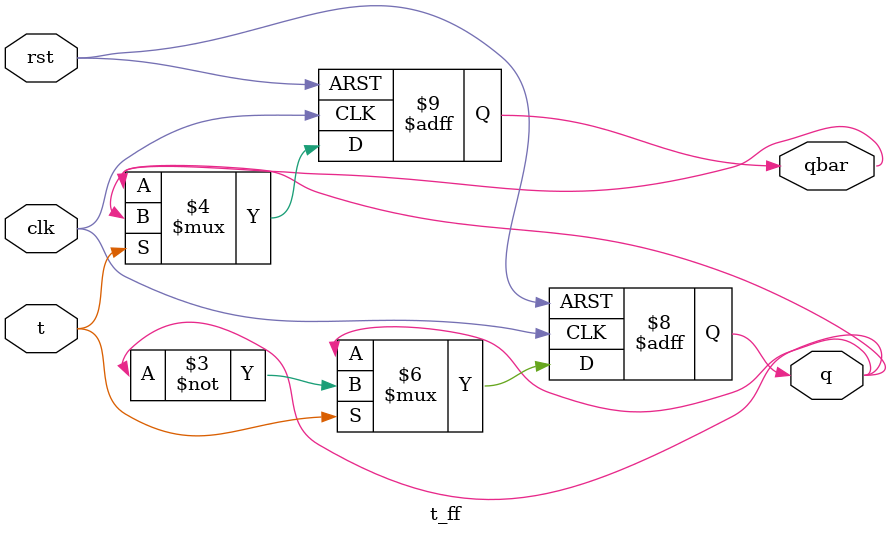
<source format=v>
module t_ff(t,clk,rst,q,qbar);
input t,clk,rst;
output reg q,qbar;
always @(posedge clk or negedge rst) begin
    //qbar = ~q; false as it's a sequntial cuircit
    if (~rst)begin
        q<=0;
        // true soluotion
        qbar <= 1;
    end
    else begin
        if (t) begin
            q<=~q;
                    // true soluotion
            qbar <= q;
        end
    end
end
endmodule
</source>
